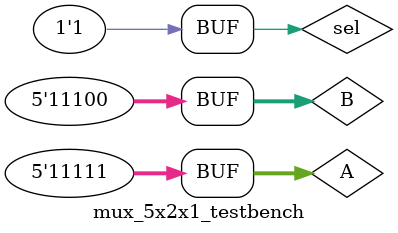
<source format=sv>

`timescale 1ns/10ps
module mux_5x2x1(out, A, B, sel);
	input logic  [4:0] A;
	input logic  [4:0] B;
	input logic  sel;
	
	output logic [4:0] out;
	
	genvar i;
	generate 
		for (i=0 ; i < 5; i++) begin: eachBit
			mux_2x1 eachMux(out[i], {A[i], B[i]}, sel);
		end
	endgenerate
	
endmodule


module mux_5x2x1_testbench;
   logic  [4:0] A;
	logic  [4:0] B;
	logic  sel;
	logic [4:0] out;
	
	initial begin
		A = 5'b11000; B = 5'b00000; sel = 1; #10;
		sel = 0;  #10;
		A = 5'b11111; B = 5'b11100; #10;
      sel = 1;  #10;
	end
	
	 
	mux_5x2x1 dut(.out, .A, .B, .sel);

endmodule

</source>
